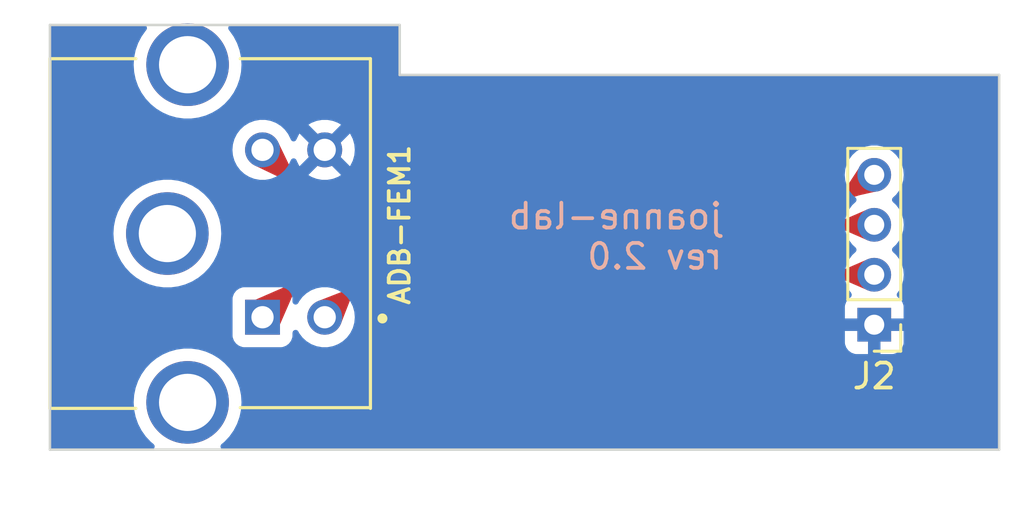
<source format=kicad_pcb>
(kicad_pcb (version 20221018) (generator pcbnew)
  (layers (0 "F.Cu" signal) (31 "B.Cu" signal) (34 "B.Paste" user) (35 "F.Paste" user) (36 "B.SilkS" user "B.Silkscreen") (37 "F.SilkS" user "F.Silkscreen") (38 "B.Mask" user) (39 "F.Mask" user) (44 "Edge.Cuts" user))
  (net 0 "")
  (net 1 "JST-D+")
  (net 2 "JST-D-")
  (net 3 "VBUS")
  (net 4 "GND")
  (footprint "Connector_PinHeader_2.00mm:PinHeader_1x04_P2.00mm_Vertical" (layer "F.Cu") (at 133 112 180)
    (fp_text reference "J2" (at 0 -2.06) (layer "F.SilkS"))
    (fp_text value "Conn_01x04")
    (fp_line (start -1.06 -1.06) (end 0 -1.06) (stroke (width 0.12)) (layer "F.SilkS"))
    (fp_line (start -1.06 0) (end -1.06 -1.06) (stroke (width 0.12)) (layer "F.SilkS"))
    (fp_line (start -1.06 1) (end -1.06 7.06) (stroke (width 0.12)) (layer "F.SilkS"))
    (fp_line (start -1.06 1) (end 1.06 1) (stroke (width 0.12)) (layer "F.SilkS"))
    (fp_line (start -1.06 7.06) (end 1.06 7.06) (stroke (width 0.12)) (layer "F.SilkS"))
    (fp_line (start 1.06 1) (end 1.06 7.06) (stroke (width 0.12)) (layer "F.SilkS"))
    (pad "1" thru_hole rect (at 0 0 180) (size 1.35 1.35) (drill 0.8) (layers "*.Cu" "*.Mask") (net 4 "GND"))
    (pad "2" thru_hole oval (at 0 2 180) (size 1.35 1.35) (drill 0.8) (layers "*.Cu" "*.Mask") (net 2 "JST-D-"))
    (pad "3" thru_hole oval (at 0 4 180) (size 1.35 1.35) (drill 0.8) (layers "*.Cu" "*.Mask") (net 1 "JST-D+"))
    (pad "4" thru_hole oval (at 0 6 180) (size 1.35 1.35) (drill 0.8) (layers "*.Cu" "*.Mask") (net 3 "VBUS"))
  )
  (footprint "ADB:TE_5749181-1" (layer "F.Cu") (at 108.51 108.35 90)
    (fp_text reference "ADB-FEM1" (at 0.35 5.49 90) (layer "F.SilkS") (effects (font (size 0.800449 0.800449))))
    (fp_text value "5749181-1")
    (fp_line (start -7 -8.51) (end 7 -8.51) (stroke (width 0.127)) (layer "F.SilkS"))
    (fp_line (start -7 -5.07) (end -7 -8.51) (stroke (width 0.127)) (layer "F.SilkS"))
    (fp_line (start -6.97 -0.89) (end -6.97 4.32) (stroke (width 0.127)) (layer "F.SilkS"))
    (fp_line (start -6.97 4.32) (end -7 4.32) (stroke (width 0.127)) (layer "F.SilkS"))
    (fp_line (start 7 -5.07) (end 7 -8.51) (stroke (width 0.127)) (layer "F.SilkS"))
    (fp_line (start 7 -0.89) (end 7 4.32) (stroke (width 0.127)) (layer "F.SilkS"))
    (fp_line (start 7 4.32) (end -6.97 4.32) (stroke (width 0.127)) (layer "F.SilkS"))
    (fp_circle (center -3.4 4.8) (end -3.3 4.8) (stroke (width 0.2)) (fill none) (layer "F.SilkS"))
    (pad "1" thru_hole rect (at -3.35 0 90) (size 1.398 1.398) (drill 0.89) (layers "*.Cu" "*.Mask") (net 1 "JST-D+"))
    (pad "2" thru_hole circle (at 3.35 0 90) (size 1.398 1.398) (drill 0.89) (layers "*.Cu" "*.Mask") (net 3 "VBUS"))
    (pad "3" thru_hole circle (at -3.35 2.49 90) (size 1.398 1.398) (drill 0.89) (layers "*.Cu" "*.Mask") (net 2 "JST-D-"))
    (pad "4" thru_hole circle (at 3.35 2.49 90) (size 1.398 1.398) (drill 0.89) (layers "*.Cu" "*.Mask") (net 4 "GND"))
    (pad "5" thru_hole circle (at 0 -3.81 90) (size 3.306 3.306) (drill 2.29) (layers "*.Cu" "*.Mask"))
    (pad "6" thru_hole circle (at 6.76 -3 90) (size 3.306 3.306) (drill 2.29) (layers "*.Cu" "*.Mask"))
    (pad "7" thru_hole circle (at -6.76 -3 90) (size 3.306 3.306) (drill 2.29) (layers "*.Cu" "*.Mask"))
  )
  (gr_line (start 100 117) (end 138 117) (stroke (width 0.1)) (layer "Edge.Cuts"))
  (gr_line (start 138 117) (end 138 102) (stroke (width 0.1)) (layer "Edge.Cuts"))
  (gr_line (start 114 100) (end 100 100) (stroke (width 0.1)) (layer "Edge.Cuts"))
  (gr_line (start 100 100) (end 100 117) (stroke (width 0.1)) (layer "Edge.Cuts"))
  (gr_line (start 138 102) (end 114 102) (stroke (width 0.1)) (layer "Edge.Cuts"))
  (gr_line (start 114 102) (end 114 100) (stroke (width 0.1)) (layer "Edge.Cuts"))
  (gr_text "joanne-lab\nrev 2.0" (at 127 109.855) (layer "B.SilkS") (effects (font (size 1 1)) (justify left bottom mirror)))
  (segment (start 114.826295 108) (end 133 108) (width 0.3) (layer "F.Cu") (net 1))
  (segment (start 110.36 109.85) (end 108.51 111.7) (width 0.3) (layer "F.Cu") (net 1))
  (arc (start 114.826295 108) (mid 112.409153 108.480799) (end 110.36 109.85) (width 0.3) (layer "F.Cu") (net 1))
  (segment (start 111.85 110.85) (end 111 111.7) (width 0.3) (layer "F.Cu") (net 2))
  (segment (start 113.902081 110) (end 133 110) (width 0.3) (layer "F.Cu") (net 2))
  (arc (start 113.902081 110) (mid 112.791502 110.220907) (end 111.85 110.85) (width 0.3) (layer "F.Cu") (net 2))
  (segment (start 132.6625 106.3375) (end 133 106) (width 0.5) (layer "F.Cu") (net 3))
  (segment (start 109.3475 105.8375) (end 108.51 105) (width 0.5) (layer "F.Cu") (net 3))
  (segment (start 111.369403 106.675) (end 131.847702 106.675) (width 0.5) (layer "F.Cu") (net 3))
  (arc (start 132.6625 106.3375) (mid 132.288667 106.587286) (end 131.847702 106.675) (width 0.5) (layer "F.Cu") (net 3))
  (arc (start 109.3475 105.8375) (mid 110.275157 106.45734) (end 111.369403 106.675) (width 0.5) (layer "F.Cu") (net 3))
  (zone (net 4) (net_name "GND") (layer "B.Cu") (connect_pads (clearance 0.5)) (min_thickness 0.25) (fill yes (thermal_gap 0.5) (thermal_bridge_width 0.5))
    (polygon (pts (xy 139 99) (xy 139 120) (xy 98 120) (xy 98 99)))
  )
)
</source>
